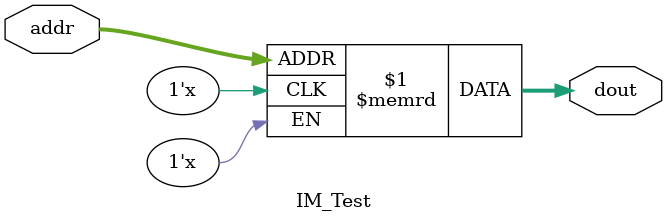
<source format=v>

module IM_Test(input  [8:2]  addr,
            output [31:0] dout );
   
//  dist_mem_gen_0 u_dist_mem_gen_0(
//    .a(addr),
//    .spo(dout)
//  );
  
  reg  [31:0] ROM[127:0];


  assign dout = ROM[addr]; // word aligned
endmodule  

</source>
